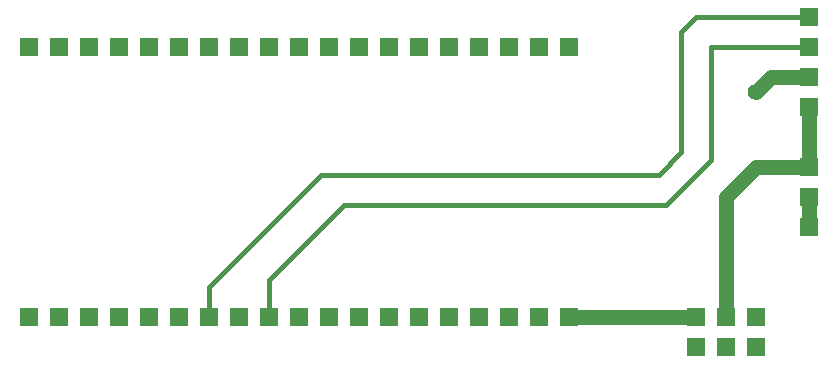
<source format=gbr>
G04 DesignSpark PCB Gerber Version 10.0 Build 5299*
G04 #@! TF.Part,Single*
G04 #@! TF.FileFunction,Copper,L2,Bot*
G04 #@! TF.FilePolarity,Positive*
%FSLAX35Y35*%
%MOIN*%
G04 #@! TA.AperFunction,WasherPad*
%ADD14R,0.06000X0.06000*%
G04 #@! TD.AperFunction*
%ADD10C,0.01500*%
%ADD75C,0.05000*%
G04 #@! TA.AperFunction,ViaPad*
%ADD12C,0.05600*%
G04 #@! TD.AperFunction*
X0Y0D02*
D02*
D10*
X92750Y52750D02*
Y62750D01*
X130250Y100250D01*
X242750D01*
X250250Y107750D01*
Y147750D01*
X255250Y152750D01*
X292750D01*
X112750Y52750D02*
Y65250D01*
X137750Y90250D01*
X245250D01*
X260250Y105250D01*
Y142750D01*
X292750D01*
D02*
D12*
X275250Y127750D03*
D02*
D14*
X32750Y52750D03*
Y142750D03*
X42750Y52750D03*
Y142750D03*
X52750Y52750D03*
Y142750D03*
X62750Y52750D03*
Y142750D03*
X72750Y52750D03*
Y142750D03*
X82750Y52750D03*
Y142750D03*
X92750Y52750D03*
Y142750D03*
X102750Y52750D03*
Y142750D03*
X112750Y52750D03*
Y142750D03*
X122750Y52750D03*
Y142750D03*
X132750Y52750D03*
Y142750D03*
X142750Y52750D03*
Y142750D03*
X152750Y52750D03*
Y142750D03*
X162750Y52750D03*
Y142750D03*
X172750Y52750D03*
Y142750D03*
X182750Y52750D03*
Y142750D03*
X192750Y52750D03*
Y142750D03*
X202750Y52750D03*
Y142750D03*
X212750Y52750D03*
Y142750D03*
X255250Y42750D03*
Y52750D03*
X265250Y42750D03*
Y52750D03*
X275250Y42750D03*
Y52750D03*
X292750Y82750D03*
Y92750D03*
Y102750D03*
Y122750D03*
Y132750D03*
Y142750D03*
Y152750D03*
D02*
D75*
X212750Y52750D02*
X255250D01*
X292750Y82750D02*
Y92750D01*
Y102750D02*
X275250D01*
X265250Y92750D01*
Y52750D01*
X292750Y122750D02*
Y102750D01*
Y132750D02*
X280250D01*
X275250Y127750D01*
X0Y0D02*
M02*

</source>
